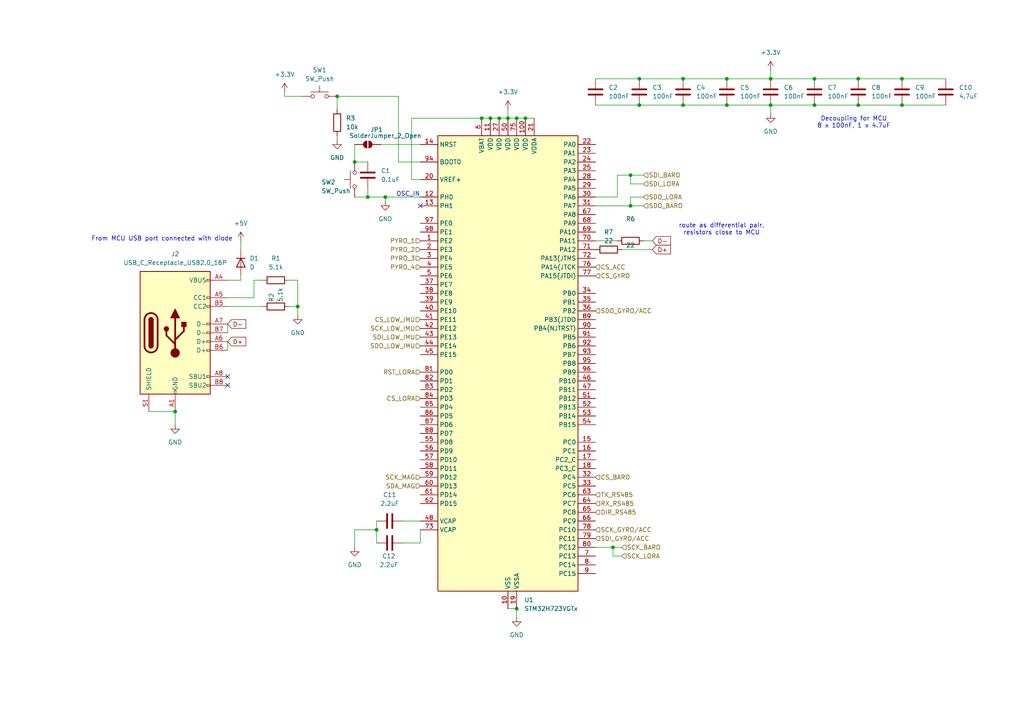
<source format=kicad_sch>
(kicad_sch (version 20231120) (generator "eeschema") (generator_version "8.0")
  (paper "A4")
  (lib_symbols
    (symbol "Connector:USB_C_Receptacle_USB2.0_16P" (pin_names (offset 1.016))
      (property "Reference" "J" (at 0 22.225 0))
      (property "Value" "USB_C_Receptacle_USB2.0_16P" (at 0 19.685 0))
      (symbol "USB_C_Receptacle_USB2.0_16P_0_0"
        (rectangle (start -0.254 -17.78) (end 0.254 -16.764))
        (rectangle (start 10.16 -14.986) (end 9.144 -15.494))
        (rectangle (start 10.16 -12.446) (end 9.144 -12.954))
        (rectangle (start 10.16 -4.826) (end 9.144 -5.334))
        (rectangle (start 10.16 -2.286) (end 9.144 -2.794))
        (rectangle (start 10.16 0.254) (end 9.144 -0.254))
        (rectangle (start 10.16 2.794) (end 9.144 2.286))
        (rectangle (start 10.16 7.874) (end 9.144 7.366))
        (rectangle (start 10.16 10.414) (end 9.144 9.906))
        (rectangle (start 10.16 15.494) (end 9.144 14.986))
      )
      (symbol "USB_C_Receptacle_USB2.0_16P_0_1"
        (rectangle (start -10.16 17.78) (end 10.16 -17.78) (stroke (width 0.254)) (fill (type background)))
        (arc (start -8.89 -3.81) (mid -6.985 -5.7067) (end -5.08 -3.81) (stroke (width 0.508)))
        (arc (start -7.62 -3.81) (mid -6.985 -4.4423) (end -6.35 -3.81) (stroke (width 0.254)))
        (arc (start -7.62 -3.81) (mid -6.985 -4.4423) (end -6.35 -3.81) (stroke (width 0.254)) (fill (type outline)))
        (rectangle (start -7.62 -3.81) (end -6.35 3.81) (stroke (width 0.254)) (fill (type outline)))
        (arc (start -6.35 3.81) (mid -6.985 4.4423) (end -7.62 3.81) (stroke (width 0.254)))
        (arc (start -6.35 3.81) (mid -6.985 4.4423) (end -7.62 3.81) (stroke (width 0.254)) (fill (type outline)))
        (arc (start -5.08 3.81) (mid -6.985 5.7067) (end -8.89 3.81) (stroke (width 0.508)))
        (circle (center -2.54 1.143) (radius 0.635) (stroke (width 0.254)) (fill (type outline)))
        (circle (center 0 -5.842) (radius 1.27) (fill (type outline)))
        (polyline (pts (xy -8.89 -3.81) (xy -8.89 3.81)) (stroke (width 0.508)))
        (polyline (pts (xy -5.08 3.81) (xy -5.08 -3.81)) (stroke (width 0.508)))
        (polyline (pts (xy 0 -5.842) (xy 0 4.318)) (stroke (width 0.508)))
        (polyline (pts (xy 0 -3.302) (xy -2.54 -0.762) (xy -2.54 0.508)) (stroke (width 0.508)))
        (polyline (pts (xy 0 -2.032) (xy 2.54 0.508) (xy 2.54 1.778)) (stroke (width 0.508)))
        (polyline (pts (xy -1.27 4.318) (xy 0 6.858) (xy 1.27 4.318) (xy -1.27 4.318)) (stroke (width 0.254)) (fill (type outline)))
        (rectangle (start 1.905 1.778) (end 3.175 3.048) (stroke (width 0.254)) (fill (type outline)))
      )
      (symbol "USB_C_Receptacle_USB2.0_16P_1_1"
        (pin passive line (at 0 -22.86 90) (length 5.08) (name "GND") (number "A1"))
        (pin passive line (at 0 -22.86 90) (length 5.08) hide (name "GND") (number "A12"))
        (pin passive line (at 15.24 15.24 180) (length 5.08) (name "VBUS") (number "A4"))
        (pin bidirectional line (at 15.24 10.16 180) (length 5.08) (name "CC1") (number "A5"))
        (pin bidirectional line (at 15.24 -2.54 180) (length 5.08) (name "D+") (number "A6"))
        (pin bidirectional line (at 15.24 2.54 180) (length 5.08) (name "D-") (number "A7"))
        (pin bidirectional line (at 15.24 -12.7 180) (length 5.08) (name "SBU1") (number "A8"))
        (pin passive line (at 15.24 15.24 180) (length 5.08) hide (name "VBUS") (number "A9"))
        (pin passive line (at 0 -22.86 90) (length 5.08) hide (name "GND") (number "B1"))
        (pin passive line (at 0 -22.86 90) (length 5.08) hide (name "GND") (number "B12"))
        (pin passive line (at 15.24 15.24 180) (length 5.08) hide (name "VBUS") (number "B4"))
        (pin bidirectional line (at 15.24 7.62 180) (length 5.08) (name "CC2") (number "B5"))
        (pin bidirectional line (at 15.24 -5.08 180) (length 5.08) (name "D+") (number "B6"))
        (pin bidirectional line (at 15.24 0 180) (length 5.08) (name "D-") (number "B7"))
        (pin bidirectional line (at 15.24 -15.24 180) (length 5.08) (name "SBU2") (number "B8"))
        (pin passive line (at 15.24 15.24 180) (length 5.08) hide (name "VBUS") (number "B9"))
        (pin passive line (at -7.62 -22.86 90) (length 5.08) (name "SHIELD") (number "S1"))
      )
    )
    (symbol "Device:C" (pin_numbers hide) (pin_names (offset 0.254))
      (property "Reference" "C" (at 0.635 2.54 0))
      (property "Value" "C" (at 0.635 -2.54 0))
      (symbol "C_0_1"
        (polyline (pts (xy -2.032 -0.762) (xy 2.032 -0.762)) (stroke (width 0.508)))
        (polyline (pts (xy -2.032 0.762) (xy 2.032 0.762)) (stroke (width 0.508)))
      )
      (symbol "C_1_1"
        (pin passive line (at 0 3.81 270) (length 2.794) (name "~") (number "1"))
        (pin passive line (at 0 -3.81 90) (length 2.794) (name "~") (number "2"))
      )
    )
    (symbol "Device:D" (pin_numbers hide) (pin_names (offset 1.016) hide)
      (property "Reference" "D" (at 0 2.54 0))
      (property "Value" "D" (at 0 -2.54 0))
      (symbol "D_0_1"
        (polyline (pts (xy -1.27 1.27) (xy -1.27 -1.27)) (stroke (width 0.254)))
        (polyline (pts (xy 1.27 0) (xy -1.27 0)))
        (polyline (pts (xy 1.27 1.27) (xy 1.27 -1.27) (xy -1.27 0) (xy 1.27 1.27)) (stroke (width 0.254)))
      )
      (symbol "D_1_1"
        (pin passive line (at -3.81 0 0) (length 2.54) (name "K") (number "1"))
        (pin passive line (at 3.81 0 180) (length 2.54) (name "A") (number "2"))
      )
    )
    (symbol "Device:R" (pin_numbers hide) (pin_names (offset 0))
      (property "Reference" "R" (at 2.032 0 90))
      (property "Value" "R" (at 0 0 90))
      (symbol "R_0_1"
        (rectangle (start -1.016 -2.54) (end 1.016 2.54) (stroke (width 0.254)))
      )
      (symbol "R_1_1"
        (pin passive line (at 0 3.81 270) (length 1.27) (name "~") (number "1"))
        (pin passive line (at 0 -3.81 90) (length 1.27) (name "~") (number "2"))
      )
    )
    (symbol "Jumper:SolderJumper_2_Open" (pin_numbers hide) (pin_names (offset 0) hide) (exclude_from_sim yes) (in_bom no)
      (property "Reference" "JP" (at 0 2.032 0))
      (property "Value" "SolderJumper_2_Open" (at 0 -2.54 0))
      (symbol "SolderJumper_2_Open_0_1"
        (arc (start -0.254 1.016) (mid -1.2656 0) (end -0.254 -1.016))
        (arc (start -0.254 1.016) (mid -1.2656 0) (end -0.254 -1.016) (fill (type outline)))
        (polyline (pts (xy -0.254 1.016) (xy -0.254 -1.016)))
        (polyline (pts (xy 0.254 1.016) (xy 0.254 -1.016)))
        (arc (start 0.254 -1.016) (mid 1.2656 0) (end 0.254 1.016))
        (arc (start 0.254 -1.016) (mid 1.2656 0) (end 0.254 1.016) (fill (type outline)))
      )
      (symbol "SolderJumper_2_Open_1_1"
        (pin passive line (at -3.81 0 0) (length 2.54) (name "A") (number "1"))
        (pin passive line (at 3.81 0 180) (length 2.54) (name "B") (number "2"))
      )
    )
    (symbol "MCU_ST_STM32H7:STM32H723VGTx"
      (property "Reference" "U" (at -20.32 67.31 0))
      (property "Value" "STM32H723VGTx" (at 10.16 67.31 0))
      (symbol "STM32H723VGTx_0_1"
        (rectangle (start -20.32 -66.04) (end 20.32 66.04) (stroke (width 0.254)) (fill (type background)))
      )
      (symbol "STM32H723VGTx_1_1"
        (pin bidirectional line (at -25.4 35.56 0) (length 5.08) (name "PE2") (number "1"))
        (pin power_in line (at 0 -71.12 90) (length 5.08) (name "VSS") (number "10"))
        (pin power_in line (at 5.08 71.12 270) (length 5.08) (name "VDD") (number "100"))
        (pin power_in line (at -5.08 71.12 270) (length 5.08) (name "VDD") (number "11"))
        (pin bidirectional line (at -25.4 48.26 0) (length 5.08) (name "PH0") (number "12"))
        (pin bidirectional line (at -25.4 45.72 0) (length 5.08) (name "PH1") (number "13"))
        (pin input line (at -25.4 63.5 0) (length 5.08) (name "NRST") (number "14"))
        (pin bidirectional line (at 25.4 -22.86 180) (length 5.08) (name "PC0") (number "15"))
        (pin bidirectional line (at 25.4 -25.4 180) (length 5.08) (name "PC1") (number "16"))
        (pin bidirectional line (at 25.4 -27.94 180) (length 5.08) (name "PC2_C") (number "17"))
        (pin bidirectional line (at 25.4 -30.48 180) (length 5.08) (name "PC3_C") (number "18"))
        (pin power_in line (at 2.54 -71.12 90) (length 5.08) (name "VSSA") (number "19"))
        (pin bidirectional line (at -25.4 33.02 0) (length 5.08) (name "PE3") (number "2"))
        (pin input line (at -25.4 53.34 0) (length 5.08) (name "VREF+") (number "20"))
        (pin power_in line (at 7.62 71.12 270) (length 5.08) (name "VDDA") (number "21"))
        (pin bidirectional line (at 25.4 63.5 180) (length 5.08) (name "PA0") (number "22"))
        (pin bidirectional line (at 25.4 60.96 180) (length 5.08) (name "PA1") (number "23"))
        (pin bidirectional line (at 25.4 58.42 180) (length 5.08) (name "PA2") (number "24"))
        (pin bidirectional line (at 25.4 55.88 180) (length 5.08) (name "PA3") (number "25"))
        (pin passive line (at 0 -71.12 90) (length 5.08) hide (name "VSS") (number "26"))
        (pin power_in line (at -2.54 71.12 270) (length 5.08) (name "VDD") (number "27"))
        (pin bidirectional line (at 25.4 53.34 180) (length 5.08) (name "PA4") (number "28"))
        (pin bidirectional line (at 25.4 50.8 180) (length 5.08) (name "PA5") (number "29"))
        (pin bidirectional line (at -25.4 30.48 0) (length 5.08) (name "PE4") (number "3"))
        (pin bidirectional line (at 25.4 48.26 180) (length 5.08) (name "PA6") (number "30"))
        (pin bidirectional line (at 25.4 45.72 180) (length 5.08) (name "PA7") (number "31"))
        (pin bidirectional line (at 25.4 -33.02 180) (length 5.08) (name "PC4") (number "32"))
        (pin bidirectional line (at 25.4 -35.56 180) (length 5.08) (name "PC5") (number "33"))
        (pin bidirectional line (at 25.4 20.32 180) (length 5.08) (name "PB0") (number "34"))
        (pin bidirectional line (at 25.4 17.78 180) (length 5.08) (name "PB1") (number "35"))
        (pin bidirectional line (at 25.4 15.24 180) (length 5.08) (name "PB2") (number "36"))
        (pin bidirectional line (at -25.4 22.86 0) (length 5.08) (name "PE7") (number "37"))
        (pin bidirectional line (at -25.4 20.32 0) (length 5.08) (name "PE8") (number "38"))
        (pin bidirectional line (at -25.4 17.78 0) (length 5.08) (name "PE9") (number "39"))
        (pin bidirectional line (at -25.4 27.94 0) (length 5.08) (name "PE5") (number "4"))
        (pin bidirectional line (at -25.4 15.24 0) (length 5.08) (name "PE10") (number "40"))
        (pin bidirectional line (at -25.4 12.7 0) (length 5.08) (name "PE11") (number "41"))
        (pin bidirectional line (at -25.4 10.16 0) (length 5.08) (name "PE12") (number "42"))
        (pin bidirectional line (at -25.4 7.62 0) (length 5.08) (name "PE13") (number "43"))
        (pin bidirectional line (at -25.4 5.08 0) (length 5.08) (name "PE14") (number "44"))
        (pin bidirectional line (at -25.4 2.54 0) (length 5.08) (name "PE15") (number "45"))
        (pin bidirectional line (at 25.4 -5.08 180) (length 5.08) (name "PB10") (number "46"))
        (pin bidirectional line (at 25.4 -7.62 180) (length 5.08) (name "PB11") (number "47"))
        (pin power_out line (at -25.4 -45.72 0) (length 5.08) (name "VCAP") (number "48"))
        (pin passive line (at 0 -71.12 90) (length 5.08) hide (name "VSS") (number "49"))
        (pin bidirectional line (at -25.4 25.4 0) (length 5.08) (name "PE6") (number "5"))
        (pin power_in line (at 0 71.12 270) (length 5.08) (name "VDD") (number "50"))
        (pin bidirectional line (at 25.4 -10.16 180) (length 5.08) (name "PB12") (number "51"))
        (pin bidirectional line (at 25.4 -12.7 180) (length 5.08) (name "PB13") (number "52"))
        (pin bidirectional line (at 25.4 -15.24 180) (length 5.08) (name "PB14") (number "53"))
        (pin bidirectional line (at 25.4 -17.78 180) (length 5.08) (name "PB15") (number "54"))
        (pin bidirectional line (at -25.4 -22.86 0) (length 5.08) (name "PD8") (number "55"))
        (pin bidirectional line (at -25.4 -25.4 0) (length 5.08) (name "PD9") (number "56"))
        (pin bidirectional line (at -25.4 -27.94 0) (length 5.08) (name "PD10") (number "57"))
        (pin bidirectional line (at -25.4 -30.48 0) (length 5.08) (name "PD11") (number "58"))
        (pin bidirectional line (at -25.4 -33.02 0) (length 5.08) (name "PD12") (number "59"))
        (pin power_in line (at -7.62 71.12 270) (length 5.08) (name "VBAT") (number "6"))
        (pin bidirectional line (at -25.4 -35.56 0) (length 5.08) (name "PD13") (number "60"))
        (pin bidirectional line (at -25.4 -38.1 0) (length 5.08) (name "PD14") (number "61"))
        (pin bidirectional line (at -25.4 -40.64 0) (length 5.08) (name "PD15") (number "62"))
        (pin bidirectional line (at 25.4 -38.1 180) (length 5.08) (name "PC6") (number "63"))
        (pin bidirectional line (at 25.4 -40.64 180) (length 5.08) (name "PC7") (number "64"))
        (pin bidirectional line (at 25.4 -43.18 180) (length 5.08) (name "PC8") (number "65"))
        (pin bidirectional line (at 25.4 -45.72 180) (length 5.08) (name "PC9") (number "66"))
        (pin bidirectional line (at 25.4 43.18 180) (length 5.08) (name "PA8") (number "67"))
        (pin bidirectional line (at 25.4 40.64 180) (length 5.08) (name "PA9") (number "68"))
        (pin bidirectional line (at 25.4 38.1 180) (length 5.08) (name "PA10") (number "69"))
        (pin bidirectional line (at 25.4 -55.88 180) (length 5.08) (name "PC13") (number "7"))
        (pin bidirectional line (at 25.4 35.56 180) (length 5.08) (name "PA11") (number "70"))
        (pin bidirectional line (at 25.4 33.02 180) (length 5.08) (name "PA12") (number "71"))
        (pin bidirectional line (at 25.4 30.48 180) (length 5.08) (name "PA13(JTMS") (number "72"))
        (pin power_out line (at -25.4 -48.26 0) (length 5.08) (name "VCAP") (number "73"))
        (pin passive line (at 0 -71.12 90) (length 5.08) hide (name "VSS") (number "74"))
        (pin power_in line (at 2.54 71.12 270) (length 5.08) (name "VDD") (number "75"))
        (pin bidirectional line (at 25.4 27.94 180) (length 5.08) (name "PA14(JTCK") (number "76"))
        (pin bidirectional line (at 25.4 25.4 180) (length 5.08) (name "PA15(JTDI)") (number "77"))
        (pin bidirectional line (at 25.4 -48.26 180) (length 5.08) (name "PC10") (number "78"))
        (pin bidirectional line (at 25.4 -50.8 180) (length 5.08) (name "PC11") (number "79"))
        (pin bidirectional line (at 25.4 -58.42 180) (length 5.08) (name "PC14") (number "8"))
        (pin bidirectional line (at 25.4 -53.34 180) (length 5.08) (name "PC12") (number "80"))
        (pin bidirectional line (at -25.4 -2.54 0) (length 5.08) (name "PD0") (number "81"))
        (pin bidirectional line (at -25.4 -5.08 0) (length 5.08) (name "PD1") (number "82"))
        (pin bidirectional line (at -25.4 -7.62 0) (length 5.08) (name "PD2") (number "83"))
        (pin bidirectional line (at -25.4 -10.16 0) (length 5.08) (name "PD3") (number "84"))
        (pin bidirectional line (at -25.4 -12.7 0) (length 5.08) (name "PD4") (number "85"))
        (pin bidirectional line (at -25.4 -15.24 0) (length 5.08) (name "PD5") (number "86"))
        (pin bidirectional line (at -25.4 -17.78 0) (length 5.08) (name "PD6") (number "87"))
        (pin bidirectional line (at -25.4 -20.32 0) (length 5.08) (name "PD7") (number "88"))
        (pin bidirectional line (at 25.4 12.7 180) (length 5.08) (name "PB3(JTDO") (number "89"))
        (pin bidirectional line (at 25.4 -60.96 180) (length 5.08) (name "PC15") (number "9"))
        (pin bidirectional line (at 25.4 10.16 180) (length 5.08) (name "PB4(NJTRST)") (number "90"))
        (pin bidirectional line (at 25.4 7.62 180) (length 5.08) (name "PB5") (number "91"))
        (pin bidirectional line (at 25.4 5.08 180) (length 5.08) (name "PB6") (number "92"))
        (pin bidirectional line (at 25.4 2.54 180) (length 5.08) (name "PB7") (number "93"))
        (pin input line (at -25.4 58.42 0) (length 5.08) (name "BOOT0") (number "94"))
        (pin bidirectional line (at 25.4 0 180) (length 5.08) (name "PB8") (number "95"))
        (pin bidirectional line (at 25.4 -2.54 180) (length 5.08) (name "PB9") (number "96"))
        (pin bidirectional line (at -25.4 40.64 0) (length 5.08) (name "PE0") (number "97"))
        (pin bidirectional line (at -25.4 38.1 0) (length 5.08) (name "PE1") (number "98"))
        (pin passive line (at 0 -71.12 90) (length 5.08) hide (name "VSS") (number "99"))
      )
    )
    (symbol "Switch:SW_Push" (pin_numbers hide) (pin_names (offset 1.016) hide)
      (property "Reference" "SW" (at 1.27 2.54 0))
      (property "Value" "SW_Push" (at 0 -1.524 0))
      (symbol "SW_Push_0_1"
        (circle (center -2.032 0) (radius 0.508))
        (polyline (pts (xy 0 1.27) (xy 0 3.048)))
        (polyline (pts (xy 2.54 1.27) (xy -2.54 1.27)))
        (circle (center 2.032 0) (radius 0.508))
        (pin passive line (at -5.08 0 0) (length 2.54) (name "1") (number "1"))
        (pin passive line (at 5.08 0 180) (length 2.54) (name "2") (number "2"))
      )
    )
    (symbol "power:+3.3V" (power) (pin_numbers hide) (pin_names (offset 0) hide)
      (property "Value" "+3.3V" (at 0 3.556 0))
      (symbol "+3.3V_0_1"
        (polyline (pts (xy -0.762 1.27) (xy 0 2.54)))
        (polyline (pts (xy 0 0) (xy 0 2.54)))
        (polyline (pts (xy 0 2.54) (xy 0.762 1.27)))
      )
      (symbol "+3.3V_1_1"
        (pin power_in line (at 0 0 90) (length 0) (name "~") (number "1"))
      )
    )
    (symbol "power:+5V" (power) (pin_numbers hide) (pin_names (offset 0) hide)
      (property "Value" "+5V" (at 0 3.556 0))
      (symbol "+5V_0_1"
        (polyline (pts (xy -0.762 1.27) (xy 0 2.54)))
        (polyline (pts (xy 0 0) (xy 0 2.54)))
        (polyline (pts (xy 0 2.54) (xy 0.762 1.27)))
      )
      (symbol "+5V_1_1"
        (pin power_in line (at 0 0 90) (length 0) (name "~") (number "1"))
      )
    )
    (symbol "power:GND" (power) (pin_numbers hide) (pin_names (offset 0) hide)
      (property "Value" "GND" (at 0 -3.81 0))
      (symbol "GND_0_1"
        (polyline (pts (xy 0 0) (xy 0 -1.27) (xy 1.27 -1.27) (xy 0 -2.54) (xy -1.27 -1.27) (xy 0 -1.27)))
      )
      (symbol "GND_1_1"
        (pin power_in line (at 0 0 270) (length 0) (name "~") (number "1"))
      )
    )
  )
  (junction (at 261.62 22.86))
  (junction (at 236.22 22.86))
  (junction (at 185.42 30.48))
  (junction (at 142.24 34.29))
  (junction (at 182.88 59.69))
  (junction (at 147.32 34.29))
  (junction (at 106.68 57.15))
  (junction (at 139.7 34.29))
  (junction (at 144.78 34.29))
  (junction (at 177.8 158.75))
  (junction (at 50.8 119.38))
  (junction (at 111.76 57.15))
  (junction (at 86.36 88.9))
  (junction (at 248.92 22.86))
  (junction (at 210.82 22.86))
  (junction (at 223.52 22.86))
  (junction (at 102.87 46.99))
  (junction (at 149.86 176.53))
  (junction (at 248.92 30.48))
  (junction (at 198.12 30.48))
  (junction (at 149.86 34.29))
  (junction (at 210.82 30.48))
  (junction (at 109.22 153.67))
  (junction (at 185.42 22.86))
  (junction (at 261.62 30.48))
  (junction (at 236.22 30.48))
  (junction (at 152.4 34.29))
  (junction (at 223.52 30.48))
  (junction (at 198.12 22.86))
  (junction (at 97.79 27.94))
  (junction (at 182.88 50.8))
  (no_connect (at 66.04 109.22))
  (no_connect (at 121.92 59.69))
  (no_connect (at 66.04 111.76))
  (wire (pts (xy 73.66 86.36) (xy 66.04 86.36)))
  (wire (pts (xy 210.82 22.86) (xy 223.52 22.86)))
  (wire (pts (xy 66.04 88.9) (xy 76.2 88.9)))
  (wire (pts (xy 177.8 161.29) (xy 177.8 158.75)))
  (wire (pts (xy 261.62 22.86) (xy 274.32 22.86)))
  (wire (pts (xy 115.57 46.99) (xy 115.57 27.94)))
  (wire (pts (xy 182.88 53.34) (xy 182.88 50.8)))
  (wire (pts (xy 97.79 27.94) (xy 97.79 31.75)))
  (wire (pts (xy 198.12 22.86) (xy 210.82 22.86)))
  (wire (pts (xy 106.68 57.15) (xy 111.76 57.15)))
  (wire (pts (xy 236.22 22.86) (xy 248.92 22.86)))
  (wire (pts (xy 152.4 34.29) (xy 154.94 34.29)))
  (wire (pts (xy 186.69 69.85) (xy 189.23 69.85)))
  (wire (pts (xy 182.88 50.8) (xy 179.07 50.8)))
  (wire (pts (xy 66.04 99.06) (xy 66.04 101.6)))
  (wire (pts (xy 186.69 50.8) (xy 182.88 50.8)))
  (wire (pts (xy 119.38 52.07) (xy 119.38 34.29)))
  (wire (pts (xy 139.7 34.29) (xy 142.24 34.29)))
  (wire (pts (xy 66.04 81.28) (xy 69.85 81.28)))
  (wire (pts (xy 73.66 81.28) (xy 76.2 81.28)))
  (wire (pts (xy 223.52 20.32) (xy 223.52 22.86)))
  (wire (pts (xy 73.66 81.28) (xy 73.66 86.36)))
  (wire (pts (xy 69.85 80.01) (xy 69.85 81.28)))
  (wire (pts (xy 119.38 34.29) (xy 139.7 34.29)))
  (wire (pts (xy 106.68 46.99) (xy 102.87 46.99)))
  (wire (pts (xy 182.88 59.69) (xy 172.72 59.69)))
  (wire (pts (xy 223.52 33.02) (xy 223.52 30.48)))
  (wire (pts (xy 223.52 22.86) (xy 236.22 22.86)))
  (wire (pts (xy 179.07 57.15) (xy 172.72 57.15)))
  (wire (pts (xy 149.86 34.29) (xy 152.4 34.29)))
  (wire (pts (xy 43.18 119.38) (xy 50.8 119.38)))
  (wire (pts (xy 111.76 57.15) (xy 121.92 57.15)))
  (wire (pts (xy 97.79 39.37) (xy 97.79 40.64)))
  (wire (pts (xy 142.24 34.29) (xy 144.78 34.29)))
  (wire (pts (xy 147.32 34.29) (xy 149.86 34.29)))
  (wire (pts (xy 248.92 30.48) (xy 261.62 30.48)))
  (wire (pts (xy 82.55 27.94) (xy 82.55 26.67)))
  (wire (pts (xy 149.86 176.53) (xy 149.86 179.07)))
  (wire (pts (xy 109.22 153.67) (xy 109.22 157.48)))
  (wire (pts (xy 180.34 72.39) (xy 189.23 72.39)))
  (wire (pts (xy 186.69 57.15) (xy 182.88 57.15)))
  (wire (pts (xy 180.34 161.29) (xy 177.8 161.29)))
  (wire (pts (xy 121.92 157.48) (xy 116.84 157.48)))
  (wire (pts (xy 147.32 176.53) (xy 149.86 176.53)))
  (wire (pts (xy 109.22 151.13) (xy 109.22 153.67)))
  (wire (pts (xy 198.12 30.48) (xy 210.82 30.48)))
  (wire (pts (xy 66.04 93.98) (xy 66.04 96.52)))
  (wire (pts (xy 102.87 153.67) (xy 102.87 158.75)))
  (wire (pts (xy 236.22 30.48) (xy 248.92 30.48)))
  (wire (pts (xy 110.49 41.91) (xy 121.92 41.91)))
  (wire (pts (xy 172.72 30.48) (xy 185.42 30.48)))
  (wire (pts (xy 182.88 57.15) (xy 182.88 59.69)))
  (wire (pts (xy 185.42 30.48) (xy 198.12 30.48)))
  (wire (pts (xy 180.34 158.75) (xy 177.8 158.75)))
  (wire (pts (xy 179.07 50.8) (xy 179.07 57.15)))
  (wire (pts (xy 144.78 34.29) (xy 147.32 34.29)))
  (wire (pts (xy 261.62 30.48) (xy 274.32 30.48)))
  (wire (pts (xy 177.8 158.75) (xy 172.72 158.75)))
  (wire (pts (xy 102.87 57.15) (xy 106.68 57.15)))
  (wire (pts (xy 121.92 52.07) (xy 119.38 52.07)))
  (wire (pts (xy 102.87 153.67) (xy 109.22 153.67)))
  (wire (pts (xy 83.82 81.28) (xy 86.36 81.28)))
  (wire (pts (xy 87.63 27.94) (xy 82.55 27.94)))
  (wire (pts (xy 172.72 22.86) (xy 185.42 22.86)))
  (wire (pts (xy 86.36 88.9) (xy 86.36 91.44)))
  (wire (pts (xy 185.42 22.86) (xy 198.12 22.86)))
  (wire (pts (xy 223.52 30.48) (xy 236.22 30.48)))
  (wire (pts (xy 186.69 53.34) (xy 182.88 53.34)))
  (wire (pts (xy 106.68 54.61) (xy 106.68 57.15)))
  (wire (pts (xy 147.32 31.75) (xy 147.32 34.29)))
  (wire (pts (xy 102.87 41.91) (xy 102.87 46.99)))
  (wire (pts (xy 115.57 27.94) (xy 97.79 27.94)))
  (wire (pts (xy 179.07 69.85) (xy 172.72 69.85)))
  (wire (pts (xy 50.8 119.38) (xy 50.8 123.19)))
  (wire (pts (xy 210.82 30.48) (xy 223.52 30.48)))
  (wire (pts (xy 116.84 151.13) (xy 121.92 151.13)))
  (wire (pts (xy 111.76 58.42) (xy 111.76 57.15)))
  (wire (pts (xy 121.92 153.67) (xy 121.92 157.48)))
  (wire (pts (xy 86.36 81.28) (xy 86.36 88.9)))
  (wire (pts (xy 248.92 22.86) (xy 261.62 22.86)))
  (wire (pts (xy 69.85 72.39) (xy 69.85 69.85)))
  (wire (pts (xy 121.92 46.99) (xy 115.57 46.99)))
  (wire (pts (xy 86.36 88.9) (xy 83.82 88.9)))
  (wire (pts (xy 186.69 59.69) (xy 182.88 59.69)))
  (text "route as differential pair,\nresistors close to MCU" (at 209.296 66.548 0) (effects (font (size 1.27 1.27))))
  (text "From MCU USB port connected with diode" (at 46.99 69.342 0) (effects (font (size 1.27 1.27))))
  (text "OSC_IN" (at 118.364 56.388 0) (effects (font (size 1.27 1.27))))
  (text "Decoupling for MCU\n8 x 100nF, 1 x 4.7uF" (at 247.65 35.56 0) (effects (font (size 1.27 1.27))))
  (global_label "D-" (shape input) (at 66.04 93.98 0) (property "Intersheetrefs" "${INTERSHEET_REFS}" (effects (hide yes))))
  (global_label "D-" (shape input) (at 189.23 69.85 0) (property "Intersheetrefs" "${INTERSHEET_REFS}" (effects (hide yes))))
  (global_label "D+" (shape input) (at 189.23 72.39 0) (property "Intersheetrefs" "${INTERSHEET_REFS}" (effects (hide yes))))
  (global_label "D+" (shape input) (at 66.04 99.06 0) (property "Intersheetrefs" "${INTERSHEET_REFS}" (effects (hide yes))))
  (hierarchical_label "SDA_MAG" (shape input) (at 121.92 140.97 180))
  (hierarchical_label "SDO_GYRO{slash}ACC" (shape input) (at 172.72 90.17 0))
  (hierarchical_label "CS_ACC" (shape input) (at 172.72 77.47 0))
  (hierarchical_label "SDI_BARO" (shape input) (at 186.69 50.8 0))
  (hierarchical_label "SCK_BARO" (shape input) (at 180.34 158.75 0))
  (hierarchical_label "SDI_LORA" (shape input) (at 186.69 53.34 0))
  (hierarchical_label "RST_LORA" (shape input) (at 121.92 107.95 180))
  (hierarchical_label "SCK_LOW_IMU" (shape input) (at 121.92 95.25 180))
  (hierarchical_label "SDI_GYRO{slash}ACC" (shape input) (at 172.72 156.21 0))
  (hierarchical_label "PYRO_3" (shape input) (at 121.92 74.93 180))
  (hierarchical_label "CS_LORA" (shape input) (at 121.92 115.57 180))
  (hierarchical_label "PYRO_2" (shape input) (at 121.92 72.39 180))
  (hierarchical_label "SCK_GYRO{slash}ACC" (shape input) (at 172.72 153.67 0))
  (hierarchical_label "SDO_BARO" (shape input) (at 186.69 59.69 0))
  (hierarchical_label "PYRO_1" (shape input) (at 121.92 69.85 180))
  (hierarchical_label "DIR_RS485" (shape input) (at 172.72 148.59 0))
  (hierarchical_label "SCK_MAG" (shape input) (at 121.92 138.43 180))
  (hierarchical_label "CS_BARO" (shape input) (at 172.72 138.43 0))
  (hierarchical_label "CS_LOW_IMU" (shape input) (at 121.92 92.71 180))
  (hierarchical_label "SCK_LORA" (shape input) (at 180.34 161.29 0))
  (hierarchical_label "RX_RS485" (shape input) (at 172.72 146.05 0))
  (hierarchical_label "SDI_LOW_IMU" (shape input) (at 121.92 97.79 180))
  (hierarchical_label "CS_GYRO" (shape input) (at 172.72 80.01 0))
  (hierarchical_label "SDO_LORA" (shape input) (at 186.69 57.15 0))
  (hierarchical_label "SDO_LOW_IMU" (shape input) (at 121.92 100.33 180))
  (hierarchical_label "TX_RS485" (shape input) (at 172.72 143.51 0))
  (hierarchical_label "PYRO_4" (shape input) (at 121.92 77.47 180))
  (symbol (lib_id "power:GND") (at 86.36 91.44 0) (unit 1)
    (property "Reference" "#PWR08" (effects (hide yes)))
    (property "Value" "GND" (at 86.36 96.52 0))
    (property "Description" "Power symbol creates a global label with name \"GND\" , ground" (effects (hide yes)))
  )
  (symbol (lib_id "Device:C") (at 223.52 26.67 0) (unit 1)
    (property "Reference" "C6" (at 227.33 25.3999 0) (effects (justify left)))
    (property "Value" "100nF" (at 227.33 27.9399 0) (effects (justify left)))
    (property "Footprint" "Capacitor_SMD:C_0402_1005Metric" (effects (hide yes)))
    (property "Description" "Unpolarized capacitor" (effects (hide yes)))
  )
  (symbol (lib_id "Device:R") (at 182.88 69.85 90) (unit 1)
    (property "Reference" "R6" (at 182.88 63.5 90))
    (property "Value" "22" (at 182.88 71.12 90))
    (property "Footprint" "Resistor_SMD:R_0603_1608Metric" (effects (hide yes)))
    (property "Description" "Resistor" (effects (hide yes)))
  )
  (symbol (lib_id "Device:C") (at 172.72 26.67 0) (unit 1)
    (property "Reference" "C2" (at 176.53 25.3999 0) (effects (justify left)))
    (property "Value" "100nF" (at 176.53 27.9399 0) (effects (justify left)))
    (property "Footprint" "Capacitor_SMD:C_0402_1005Metric" (effects (hide yes)))
    (property "Description" "Unpolarized capacitor" (effects (hide yes)))
  )
  (symbol (lib_id "power:+3.3V") (at 147.32 31.75 0) (unit 1)
    (property "Reference" "#PWR014" (effects (hide yes)))
    (property "Value" "+3.3V" (at 147.32 26.67 0))
    (property "Description" "Power symbol creates a global label with name \"+3.3V\"" (effects (hide yes)))
  )
  (symbol (lib_id "Jumper:SolderJumper_2_Open") (at 106.68 41.91 0) (unit 1) (exclude_from_sim yes) (in_bom no)
    (property "Reference" "JP1" (at 109.22 37.592 0))
    (property "Value" "SolderJumper_2_Open" (at 111.76 39.37 0))
    (property "Footprint" "Jumper:SolderJumper-2_P1.3mm_Open_TrianglePad1.0x1.5mm" (effects (hide yes)))
    (property "Description" "Solder Jumper, 2-pole, open" (effects (hide yes)))
  )
  (symbol (lib_id "Device:C") (at 236.22 26.67 0) (unit 1)
    (property "Reference" "C7" (at 240.03 25.3999 0) (effects (justify left)))
    (property "Value" "100nF" (at 240.03 27.9399 0) (effects (justify left)))
    (property "Footprint" "Capacitor_SMD:C_0402_1005Metric" (effects (hide yes)))
    (property "Description" "Unpolarized capacitor" (effects (hide yes)))
  )
  (symbol (lib_id "Switch:SW_Push") (at 102.87 52.07 90) (unit 1)
    (property "Reference" "SW2" (at 93.218 52.832 90) (effects (justify right)))
    (property "Value" "SW_Push" (at 93.218 55.372 90) (effects (justify right)))
    (property "Footprint" "Button_Switch_SMD:SW_SPST_B3U-1000P" (effects (hide yes)))
    (property "Description" "Push button switch, generic, two pins" (effects (hide yes)))
  )
  (symbol (lib_id "Switch:SW_Push") (at 92.71 27.94 0) (unit 1)
    (property "Reference" "SW1" (at 92.71 20.32 0))
    (property "Value" "SW_Push" (at 92.71 22.86 0))
    (property "Footprint" "Button_Switch_SMD:SW_SPST_B3U-1000P" (effects (hide yes)))
    (property "Description" "Push button switch, generic, two pins" (effects (hide yes)))
  )
  (symbol (lib_id "Device:R") (at 176.53 72.39 90) (unit 1)
    (property "Reference" "R7" (at 176.53 67.31 90))
    (property "Value" "22" (at 176.53 69.85 90))
    (property "Footprint" "Resistor_SMD:R_0603_1608Metric" (effects (hide yes)))
    (property "Description" "Resistor" (effects (hide yes)))
  )
  (symbol (lib_id "Device:D") (at 69.85 76.2 270) (unit 1)
    (property "Reference" "D1" (at 72.39 74.9299 90) (effects (justify left)))
    (property "Value" "D" (at 72.39 77.4699 90) (effects (justify left)))
    (property "Footprint" "Diode_SMD:D_SOD-323" (effects (hide yes)))
    (property "Description" "Diode" (effects (hide yes)))
    (property "Sim.Device" "D" (effects (hide yes)))
    (property "Sim.Pins" "1=K 2=A" (effects (hide yes)))
  )
  (symbol (lib_id "power:+3.3V") (at 223.52 20.32 0) (unit 1)
    (property "Reference" "#PWR012" (effects (hide yes)))
    (property "Value" "+3.3V" (at 223.52 15.24 0))
    (property "Description" "Power symbol creates a global label with name \"+3.3V\"" (effects (hide yes)))
  )
  (symbol (lib_id "MCU_ST_STM32H7:STM32H723VGTx") (at 147.32 105.41 0) (unit 1)
    (property "Reference" "U1" (at 152.0541 173.99 0) (effects (justify left)))
    (property "Value" "STM32H723VGTx" (at 152.0541 176.53 0) (effects (justify left)))
    (property "Footprint" "Package_QFP:LQFP-100_14x14mm_P0.5mm" (effects (hide yes)))
    (property "Datasheet" "https://www.st.com/resource/en/datasheet/stm32h723vg.pdf" (effects (hide yes)))
    (property "Description" "STMicroelectronics Arm Cortex-M7 MCU, 1024KB flash, 564KB RAM, 550 MHz, 1.71-3.6V, 82 GPIO, LQFP100" (effects (hide yes)))
  )
  (symbol (lib_id "power:GND") (at 149.86 179.07 0) (unit 1)
    (property "Reference" "#PWR015" (effects (hide yes)))
    (property "Value" "GND" (at 149.86 184.15 0))
    (property "Description" "Power symbol creates a global label with name \"GND\" , ground" (effects (hide yes)))
  )
  (symbol (lib_id "Device:C") (at 185.42 26.67 0) (unit 1)
    (property "Reference" "C3" (at 189.23 25.3999 0) (effects (justify left)))
    (property "Value" "100nF" (at 189.23 27.9399 0) (effects (justify left)))
    (property "Footprint" "Capacitor_SMD:C_0402_1005Metric" (effects (hide yes)))
    (property "Description" "Unpolarized capacitor" (effects (hide yes)))
  )
  (symbol (lib_id "Device:C") (at 274.32 26.67 0) (unit 1)
    (property "Reference" "C10" (at 278.13 25.3999 0) (effects (justify left)))
    (property "Value" "4.7uF" (at 278.13 27.9399 0) (effects (justify left)))
    (property "Footprint" "Capacitor_SMD:C_0603_1608Metric" (effects (hide yes)))
    (property "Description" "Unpolarized capacitor" (effects (hide yes)))
  )
  (symbol (lib_id "Device:C") (at 198.12 26.67 0) (unit 1)
    (property "Reference" "C4" (at 201.93 25.3999 0) (effects (justify left)))
    (property "Value" "100nF" (at 201.93 27.9399 0) (effects (justify left)))
    (property "Footprint" "Capacitor_SMD:C_0402_1005Metric" (effects (hide yes)))
    (property "Description" "Unpolarized capacitor" (effects (hide yes)))
  )
  (symbol (lib_id "Device:R") (at 97.79 35.56 0) (unit 1)
    (property "Reference" "R3" (at 100.33 34.2899 0) (effects (justify left)))
    (property "Value" "10k" (at 100.33 36.8299 0) (effects (justify left)))
    (property "Footprint" "Resistor_SMD:R_0402_1005Metric" (effects (hide yes)))
    (property "Description" "Resistor" (effects (hide yes)))
  )
  (symbol (lib_id "Device:R") (at 80.01 88.9 90) (unit 1)
    (property "Reference" "R2" (at 78.74 87.63 0) (effects (justify left)))
    (property "Value" "5.1k" (at 81.28 87.63 0) (effects (justify left)))
    (property "Footprint" "Resistor_SMD:R_0402_1005Metric" (effects (hide yes)))
    (property "Description" "Resistor" (effects (hide yes)))
  )
  (symbol (lib_id "Device:C") (at 113.03 157.48 90) (unit 1)
    (property "Reference" "C12" (at 112.776 161.29 90))
    (property "Value" "2.2uF" (at 112.776 163.83 90))
    (property "Footprint" "Capacitor_SMD:C_0603_1608Metric" (effects (hide yes)))
    (property "Description" "Unpolarized capacitor" (effects (hide yes)))
  )
  (symbol (lib_id "power:GND") (at 111.76 58.42 0) (unit 1)
    (property "Reference" "#PWR011" (effects (hide yes)))
    (property "Value" "GND" (at 111.76 63.5 0))
    (property "Description" "Power symbol creates a global label with name \"GND\" , ground" (effects (hide yes)))
  )
  (symbol (lib_id "Device:C") (at 113.03 151.13 90) (unit 1)
    (property "Reference" "C11" (at 113.03 143.51 90))
    (property "Value" "2.2uF" (at 113.03 146.05 90))
    (property "Footprint" "Capacitor_SMD:C_0603_1608Metric" (effects (hide yes)))
    (property "Description" "Unpolarized capacitor" (effects (hide yes)))
  )
  (symbol (lib_id "Connector:USB_C_Receptacle_USB2.0_16P") (at 50.8 96.52 0) (unit 1)
    (property "Reference" "J2" (at 50.8 73.66 0))
    (property "Value" "USB_C_Receptacle_USB2.0_16P" (at 50.8 76.2 0))
    (property "Footprint" "Connector_USB:USB_C_Receptacle_GCT_USB4105-xx-A_16P_TopMnt_Horizontal" (effects (hide yes)))
    (property "Datasheet" "https://www.usb.org/sites/default/files/documents/usb_type-c.zip" (effects (hide yes)))
    (property "Description" "USB 2.0-only 16P Type-C Receptacle connector" (effects (hide yes)))
  )
  (symbol (lib_id "power:GND") (at 97.79 40.64 0) (unit 1)
    (property "Reference" "#PWR09" (effects (hide yes)))
    (property "Value" "GND" (at 97.79 45.72 0))
    (property "Description" "Power symbol creates a global label with name \"GND\" , ground" (effects (hide yes)))
  )
  (symbol (lib_id "power:GND") (at 50.8 123.19 0) (unit 1)
    (property "Reference" "#PWR07" (effects (hide yes)))
    (property "Value" "GND" (at 50.8 128.27 0))
    (property "Description" "Power symbol creates a global label with name \"GND\" , ground" (effects (hide yes)))
  )
  (symbol (lib_id "power:GND") (at 223.52 33.02 0) (unit 1)
    (property "Reference" "#PWR013" (effects (hide yes)))
    (property "Value" "GND" (at 223.52 38.1 0))
    (property "Description" "Power symbol creates a global label with name \"GND\" , ground" (effects (hide yes)))
  )
  (symbol (lib_id "power:+3.3V") (at 82.55 26.67 0) (unit 1)
    (property "Reference" "#PWR010" (effects (hide yes)))
    (property "Value" "+3.3V" (at 82.55 21.59 0))
    (property "Description" "Power symbol creates a global label with name \"+3.3V\"" (effects (hide yes)))
  )
  (symbol (lib_id "Device:C") (at 248.92 26.67 0) (unit 1)
    (property "Reference" "C8" (at 252.73 25.3999 0) (effects (justify left)))
    (property "Value" "100nF" (at 252.73 27.9399 0) (effects (justify left)))
    (property "Footprint" "Capacitor_SMD:C_0402_1005Metric" (effects (hide yes)))
    (property "Description" "Unpolarized capacitor" (effects (hide yes)))
  )
  (symbol (lib_id "Device:R") (at 80.01 81.28 270) (unit 1)
    (property "Reference" "R1" (at 80.01 74.93 90))
    (property "Value" "5.1k" (at 80.01 77.47 90))
    (property "Footprint" "Resistor_SMD:R_0402_1005Metric" (effects (hide yes)))
    (property "Description" "Resistor" (effects (hide yes)))
  )
  (symbol (lib_id "Device:C") (at 106.68 50.8 0) (unit 1)
    (property "Reference" "C1" (at 110.49 49.5299 0) (effects (justify left)))
    (property "Value" "0.1uF" (at 110.49 52.0699 0) (effects (justify left)))
    (property "Footprint" "Capacitor_SMD:C_0402_1005Metric" (effects (hide yes)))
    (property "Description" "Unpolarized capacitor" (effects (hide yes)))
  )
  (symbol (lib_id "Device:C") (at 261.62 26.67 0) (unit 1)
    (property "Reference" "C9" (at 265.43 25.3999 0) (effects (justify left)))
    (property "Value" "100nF" (at 265.43 27.9399 0) (effects (justify left)))
    (property "Footprint" "Capacitor_SMD:C_0402_1005Metric" (effects (hide yes)))
    (property "Description" "Unpolarized capacitor" (effects (hide yes)))
  )
  (symbol (lib_id "power:+5V") (at 69.85 69.85 0) (unit 1)
    (property "Reference" "#PWR01" (effects (hide yes)))
    (property "Value" "+5V" (at 69.85 64.77 0))
    (property "Description" "Power symbol creates a global label with name \"+5V\"" (effects (hide yes)))
  )
  (symbol (lib_id "power:GND") (at 102.87 158.75 0) (unit 1)
    (property "Reference" "#PWR017" (effects (hide yes)))
    (property "Value" "GND" (at 102.87 163.83 0))
    (property "Description" "Power symbol creates a global label with name \"GND\" , ground" (effects (hide yes)))
  )
  (symbol (lib_id "Device:C") (at 210.82 26.67 0) (unit 1)
    (property "Reference" "C5" (at 214.63 25.3999 0) (effects (justify left)))
    (property "Value" "100nF" (at 214.63 27.9399 0) (effects (justify left)))
    (property "Footprint" "Capacitor_SMD:C_0402_1005Metric" (effects (hide yes)))
    (property "Description" "Unpolarized capacitor" (effects (hide yes)))
  )
)
</source>
